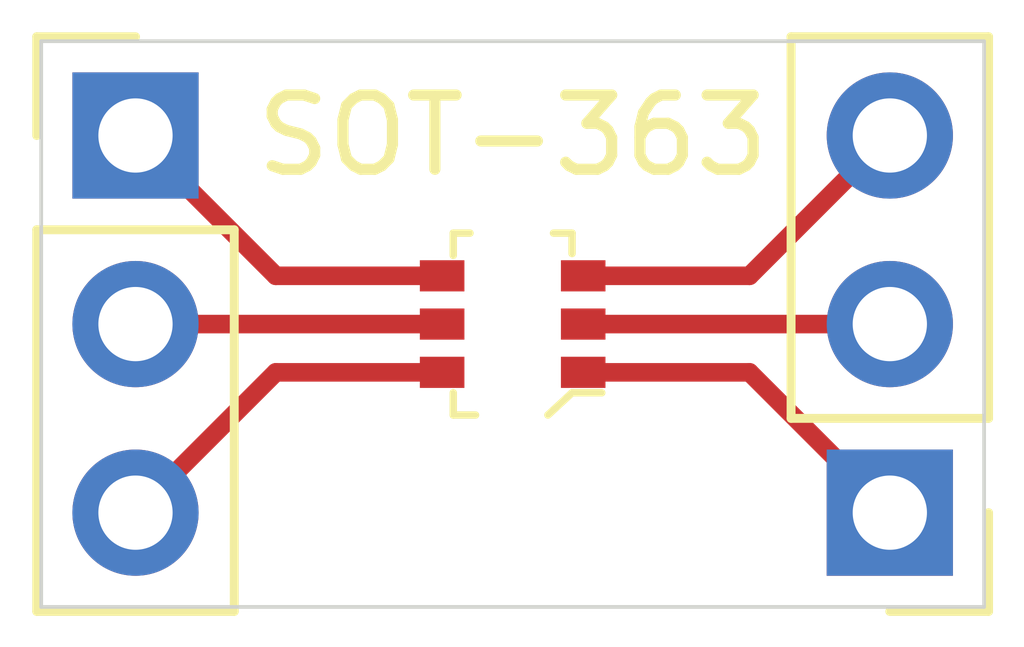
<source format=kicad_pcb>
(kicad_pcb (version 20171130) (host pcbnew "(5.1.5-0-10_14)")

  (general
    (thickness 1.6)
    (drawings 5)
    (tracks 10)
    (zones 0)
    (modules 3)
    (nets 7)
  )

  (page A4)
  (layers
    (0 F.Cu signal)
    (31 B.Cu signal)
    (32 B.Adhes user)
    (33 F.Adhes user)
    (34 B.Paste user)
    (35 F.Paste user)
    (36 B.SilkS user)
    (37 F.SilkS user)
    (38 B.Mask user)
    (39 F.Mask user)
    (40 Dwgs.User user)
    (41 Cmts.User user)
    (42 Eco1.User user)
    (43 Eco2.User user)
    (44 Edge.Cuts user)
    (45 Margin user)
    (46 B.CrtYd user)
    (47 F.CrtYd user)
    (48 B.Fab user)
    (49 F.Fab user)
  )

  (setup
    (last_trace_width 0.25)
    (trace_clearance 0.2)
    (zone_clearance 0.508)
    (zone_45_only no)
    (trace_min 0.2)
    (via_size 0.8)
    (via_drill 0.4)
    (via_min_size 0.4)
    (via_min_drill 0.3)
    (uvia_size 0.3)
    (uvia_drill 0.1)
    (uvias_allowed no)
    (uvia_min_size 0.2)
    (uvia_min_drill 0.1)
    (edge_width 0.05)
    (segment_width 0.2)
    (pcb_text_width 0.3)
    (pcb_text_size 1.5 1.5)
    (mod_edge_width 0.12)
    (mod_text_size 1 1)
    (mod_text_width 0.15)
    (pad_size 1.524 1.524)
    (pad_drill 0.762)
    (pad_to_mask_clearance 0.051)
    (solder_mask_min_width 0.25)
    (aux_axis_origin 0 0)
    (visible_elements FFFFFF7F)
    (pcbplotparams
      (layerselection 0x010fc_ffffffff)
      (usegerberextensions false)
      (usegerberattributes false)
      (usegerberadvancedattributes false)
      (creategerberjobfile false)
      (excludeedgelayer true)
      (linewidth 0.100000)
      (plotframeref false)
      (viasonmask false)
      (mode 1)
      (useauxorigin false)
      (hpglpennumber 1)
      (hpglpenspeed 20)
      (hpglpendiameter 15.000000)
      (psnegative false)
      (psa4output false)
      (plotreference true)
      (plotvalue true)
      (plotinvisibletext false)
      (padsonsilk false)
      (subtractmaskfromsilk false)
      (outputformat 1)
      (mirror false)
      (drillshape 0)
      (scaleselection 1)
      (outputdirectory "../gerbers/SOT-363/"))
  )

  (net 0 "")
  (net 1 "Net-(J2-Pad3)")
  (net 2 "Net-(J2-Pad2)")
  (net 3 "Net-(J2-Pad1)")
  (net 4 "Net-(J1-Pad1)")
  (net 5 "Net-(J1-Pad2)")
  (net 6 "Net-(J1-Pad3)")

  (net_class Default "This is the default net class."
    (clearance 0.2)
    (trace_width 0.25)
    (via_dia 0.8)
    (via_drill 0.4)
    (uvia_dia 0.3)
    (uvia_drill 0.1)
    (add_net "Net-(J1-Pad1)")
    (add_net "Net-(J1-Pad2)")
    (add_net "Net-(J1-Pad3)")
    (add_net "Net-(J2-Pad1)")
    (add_net "Net-(J2-Pad2)")
    (add_net "Net-(J2-Pad3)")
  )

  (module Connector_PinHeader_2.54mm:PinHeader_1x03_P2.54mm_Vertical (layer F.Cu) (tedit 59FED5CC) (tstamp 5F2B9178)
    (at 132.08 66.04 180)
    (descr "Through hole straight pin header, 1x03, 2.54mm pitch, single row")
    (tags "Through hole pin header THT 1x03 2.54mm single row")
    (path /5F2C0732)
    (fp_text reference J2 (at 0 -2.33) (layer F.SilkS) hide
      (effects (font (size 1 1) (thickness 0.15)))
    )
    (fp_text value Conn_01x03_Male (at 0 7.41) (layer F.Fab) hide
      (effects (font (size 1 1) (thickness 0.15)))
    )
    (fp_text user %R (at 0 2.54 90) (layer F.Fab) hide
      (effects (font (size 1 1) (thickness 0.15)))
    )
    (fp_line (start 1.8 -1.8) (end -1.8 -1.8) (layer F.CrtYd) (width 0.05))
    (fp_line (start 1.8 6.85) (end 1.8 -1.8) (layer F.CrtYd) (width 0.05))
    (fp_line (start -1.8 6.85) (end 1.8 6.85) (layer F.CrtYd) (width 0.05))
    (fp_line (start -1.8 -1.8) (end -1.8 6.85) (layer F.CrtYd) (width 0.05))
    (fp_line (start -1.33 -1.33) (end 0 -1.33) (layer F.SilkS) (width 0.12))
    (fp_line (start -1.33 0) (end -1.33 -1.33) (layer F.SilkS) (width 0.12))
    (fp_line (start -1.33 1.27) (end 1.33 1.27) (layer F.SilkS) (width 0.12))
    (fp_line (start 1.33 1.27) (end 1.33 6.41) (layer F.SilkS) (width 0.12))
    (fp_line (start -1.33 1.27) (end -1.33 6.41) (layer F.SilkS) (width 0.12))
    (fp_line (start -1.33 6.41) (end 1.33 6.41) (layer F.SilkS) (width 0.12))
    (fp_line (start -1.27 -0.635) (end -0.635 -1.27) (layer F.Fab) (width 0.1))
    (fp_line (start -1.27 6.35) (end -1.27 -0.635) (layer F.Fab) (width 0.1))
    (fp_line (start 1.27 6.35) (end -1.27 6.35) (layer F.Fab) (width 0.1))
    (fp_line (start 1.27 -1.27) (end 1.27 6.35) (layer F.Fab) (width 0.1))
    (fp_line (start -0.635 -1.27) (end 1.27 -1.27) (layer F.Fab) (width 0.1))
    (pad 3 thru_hole oval (at 0 5.08 180) (size 1.7 1.7) (drill 1) (layers *.Cu *.Mask)
      (net 1 "Net-(J2-Pad3)"))
    (pad 2 thru_hole oval (at 0 2.54 180) (size 1.7 1.7) (drill 1) (layers *.Cu *.Mask)
      (net 2 "Net-(J2-Pad2)"))
    (pad 1 thru_hole rect (at 0 0 180) (size 1.7 1.7) (drill 1) (layers *.Cu *.Mask)
      (net 3 "Net-(J2-Pad1)"))
    (model ${KISYS3DMOD}/Connector_PinHeader_2.54mm.3dshapes/PinHeader_1x03_P2.54mm_Vertical.wrl
      (at (xyz 0 0 0))
      (scale (xyz 1 1 1))
      (rotate (xyz 0 0 0))
    )
  )

  (module Connector_PinHeader_2.54mm:PinHeader_1x03_P2.54mm_Vertical (layer F.Cu) (tedit 59FED5CC) (tstamp 5F2B9161)
    (at 121.92 60.96)
    (descr "Through hole straight pin header, 1x03, 2.54mm pitch, single row")
    (tags "Through hole pin header THT 1x03 2.54mm single row")
    (path /5F2C1070)
    (fp_text reference J1 (at 0 -2.33) (layer F.SilkS) hide
      (effects (font (size 1 1) (thickness 0.15)))
    )
    (fp_text value Conn_01x03_Male (at 0 7.41) (layer F.Fab) hide
      (effects (font (size 1 1) (thickness 0.15)))
    )
    (fp_text user %R (at 0 2.54 90) (layer F.Fab) hide
      (effects (font (size 1 1) (thickness 0.15)))
    )
    (fp_line (start 1.8 -1.8) (end -1.8 -1.8) (layer F.CrtYd) (width 0.05))
    (fp_line (start 1.8 6.85) (end 1.8 -1.8) (layer F.CrtYd) (width 0.05))
    (fp_line (start -1.8 6.85) (end 1.8 6.85) (layer F.CrtYd) (width 0.05))
    (fp_line (start -1.8 -1.8) (end -1.8 6.85) (layer F.CrtYd) (width 0.05))
    (fp_line (start -1.33 -1.33) (end 0 -1.33) (layer F.SilkS) (width 0.12))
    (fp_line (start -1.33 0) (end -1.33 -1.33) (layer F.SilkS) (width 0.12))
    (fp_line (start -1.33 1.27) (end 1.33 1.27) (layer F.SilkS) (width 0.12))
    (fp_line (start 1.33 1.27) (end 1.33 6.41) (layer F.SilkS) (width 0.12))
    (fp_line (start -1.33 1.27) (end -1.33 6.41) (layer F.SilkS) (width 0.12))
    (fp_line (start -1.33 6.41) (end 1.33 6.41) (layer F.SilkS) (width 0.12))
    (fp_line (start -1.27 -0.635) (end -0.635 -1.27) (layer F.Fab) (width 0.1))
    (fp_line (start -1.27 6.35) (end -1.27 -0.635) (layer F.Fab) (width 0.1))
    (fp_line (start 1.27 6.35) (end -1.27 6.35) (layer F.Fab) (width 0.1))
    (fp_line (start 1.27 -1.27) (end 1.27 6.35) (layer F.Fab) (width 0.1))
    (fp_line (start -0.635 -1.27) (end 1.27 -1.27) (layer F.Fab) (width 0.1))
    (pad 3 thru_hole oval (at 0 5.08) (size 1.7 1.7) (drill 1) (layers *.Cu *.Mask)
      (net 6 "Net-(J1-Pad3)"))
    (pad 2 thru_hole oval (at 0 2.54) (size 1.7 1.7) (drill 1) (layers *.Cu *.Mask)
      (net 5 "Net-(J1-Pad2)"))
    (pad 1 thru_hole rect (at 0 0) (size 1.7 1.7) (drill 1) (layers *.Cu *.Mask)
      (net 4 "Net-(J1-Pad1)"))
    (model ${KISYS3DMOD}/Connector_PinHeader_2.54mm.3dshapes/PinHeader_1x03_P2.54mm_Vertical.wrl
      (at (xyz 0 0 0))
      (scale (xyz 1 1 1))
      (rotate (xyz 0 0 0))
    )
  )

  (module digikey-footprints:SOT-363 (layer F.Cu) (tedit 5D28A631) (tstamp 5F2B92F5)
    (at 127 63.5 90)
    (path /5F2BD7FC)
    (attr smd)
    (fp_text reference Q1 (at 0 -2.75 90) (layer F.SilkS) hide
      (effects (font (size 1 1) (thickness 0.15)))
    )
    (fp_text value BSS138DW-7-F (at 0 2.325 90) (layer F.Fab) hide
      (effects (font (size 1 1) (thickness 0.15)))
    )
    (fp_line (start -1.1 -0.675) (end 1.1 -0.675) (layer F.Fab) (width 0.1))
    (fp_line (start 1.1 -0.675) (end 1.1 0.675) (layer F.Fab) (width 0.1))
    (fp_text user %R (at -0.05 0.025 90) (layer F.Fab) hide
      (effects (font (size 0.4 0.4) (thickness 0.04)))
    )
    (fp_line (start 1.225 -0.8) (end 1.225 -0.575) (layer F.SilkS) (width 0.1))
    (fp_line (start 0.925 -0.8) (end 1.225 -0.8) (layer F.SilkS) (width 0.1))
    (fp_line (start 1.225 0.8) (end 1.225 0.55) (layer F.SilkS) (width 0.1))
    (fp_line (start 0.95 0.8) (end 1.225 0.8) (layer F.SilkS) (width 0.1))
    (fp_line (start -1.225 -0.8) (end -1.225 -0.5) (layer F.SilkS) (width 0.1))
    (fp_line (start -0.925 -0.8) (end -1.225 -0.8) (layer F.SilkS) (width 0.1))
    (fp_line (start -1.1 0.425) (end -0.875 0.675) (layer F.Fab) (width 0.1))
    (fp_line (start -1.1 0.425) (end -1.1 -0.675) (layer F.Fab) (width 0.1))
    (fp_line (start -0.875 0.675) (end 1.1 0.675) (layer F.Fab) (width 0.1))
    (fp_line (start -0.925 0.8) (end -0.925 1.2) (layer F.SilkS) (width 0.1))
    (fp_line (start -1.225 0.475) (end -0.925 0.8) (layer F.SilkS) (width 0.1))
    (fp_line (start -1.4 -1.5) (end 1.4 -1.5) (layer F.CrtYd) (width 0.05))
    (fp_line (start 1.4 -1.5) (end 1.4 1.5) (layer F.CrtYd) (width 0.05))
    (fp_line (start 1.4 1.5) (end -1.4 1.5) (layer F.CrtYd) (width 0.05))
    (fp_line (start -1.4 1.5) (end -1.4 -1.5) (layer F.CrtYd) (width 0.05))
    (pad 3 smd rect (at 0.65 0.95 90) (size 0.42 0.6) (layers F.Cu F.Paste F.Mask)
      (net 1 "Net-(J2-Pad3)"))
    (pad 2 smd rect (at 0 0.95 90) (size 0.42 0.6) (layers F.Cu F.Paste F.Mask)
      (net 2 "Net-(J2-Pad2)"))
    (pad 1 smd rect (at -0.65 0.95 90) (size 0.42 0.6) (layers F.Cu F.Paste F.Mask)
      (net 3 "Net-(J2-Pad1)"))
    (pad 4 smd rect (at 0.65 -0.95 90) (size 0.42 0.6) (layers F.Cu F.Paste F.Mask)
      (net 4 "Net-(J1-Pad1)"))
    (pad 5 smd rect (at 0 -0.95 90) (size 0.42 0.6) (layers F.Cu F.Paste F.Mask)
      (net 5 "Net-(J1-Pad2)"))
    (pad 6 smd rect (at -0.65 -0.95 90) (size 0.42 0.6) (layers F.Cu F.Paste F.Mask)
      (net 6 "Net-(J1-Pad3)"))
  )

  (gr_text SOT-363 (at 127 60.96) (layer F.SilkS)
    (effects (font (size 1 1) (thickness 0.15)))
  )
  (gr_line (start 120.65 59.69) (end 133.35 59.69) (layer Edge.Cuts) (width 0.05) (tstamp 5F2B964F))
  (gr_line (start 120.65 67.31) (end 120.65 59.69) (layer Edge.Cuts) (width 0.05))
  (gr_line (start 133.35 67.31) (end 120.65 67.31) (layer Edge.Cuts) (width 0.05))
  (gr_line (start 133.35 59.69) (end 133.35 67.31) (layer Edge.Cuts) (width 0.05))

  (segment (start 130.19 62.85) (end 132.08 60.96) (width 0.25) (layer F.Cu) (net 1))
  (segment (start 127.95 62.85) (end 130.19 62.85) (width 0.25) (layer F.Cu) (net 1))
  (segment (start 127.95 63.5) (end 132.08 63.5) (width 0.25) (layer F.Cu) (net 2))
  (segment (start 130.19 64.15) (end 132.08 66.04) (width 0.25) (layer F.Cu) (net 3))
  (segment (start 127.95 64.15) (end 130.19 64.15) (width 0.25) (layer F.Cu) (net 3))
  (segment (start 123.81 62.85) (end 121.92 60.96) (width 0.25) (layer F.Cu) (net 4))
  (segment (start 126.05 62.85) (end 123.81 62.85) (width 0.25) (layer F.Cu) (net 4))
  (segment (start 126.05 63.5) (end 121.92 63.5) (width 0.25) (layer F.Cu) (net 5))
  (segment (start 123.81 64.15) (end 121.92 66.04) (width 0.25) (layer F.Cu) (net 6))
  (segment (start 126.05 64.15) (end 123.81 64.15) (width 0.25) (layer F.Cu) (net 6))

)

</source>
